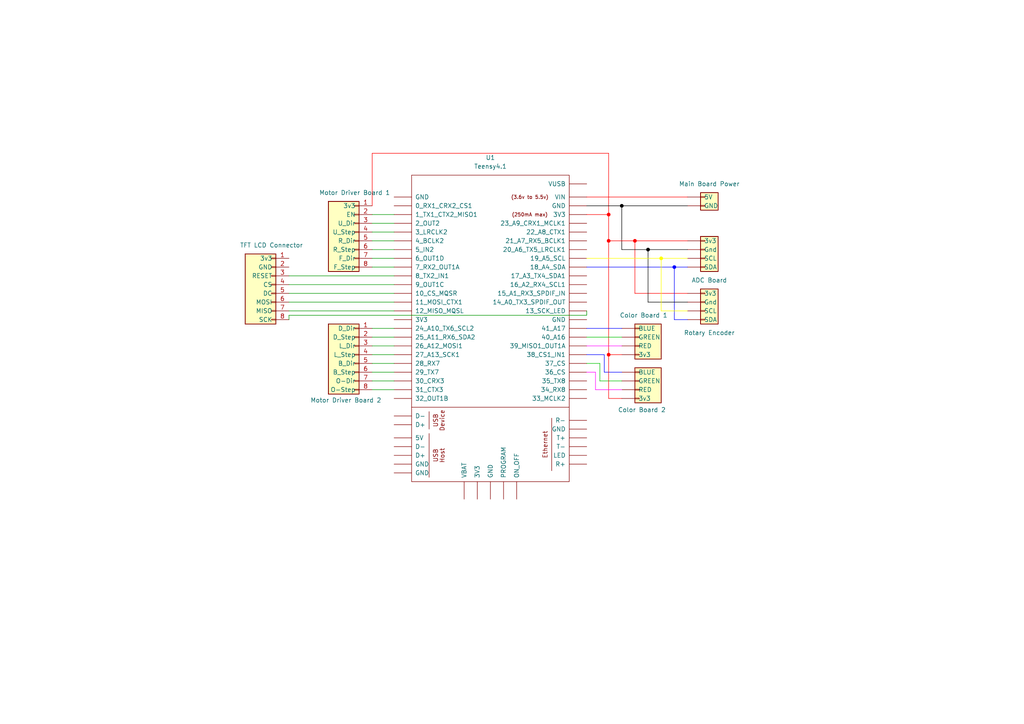
<source format=kicad_sch>
(kicad_sch (version 20231120) (generator "eeschema") (generator_version "8.0")
  (paper "A4")
  (title_block (title "Rubik's Cube ADV Board") (date "5/23/24") (rev "A") (company "Designed by Charlie Lambert") (comment 1 "Motherboard for Rubik's Cube Solving Machine"))
  (lib_symbols
    (symbol "Conn_01x02_1" (pin_numbers hide) (pin_names (offset 1.016))
      (property "Value" "Main Board Power" (at 1.27 -6.35 0))
      (symbol "Conn_01x02_1_1_1"
        (rectangle (start -1.27 -2.413) (end 0 -2.667) (stroke (width 0.1524)))
        (rectangle (start -1.27 0.127) (end 0 -0.127) (stroke (width 0.1524)))
        (rectangle (start -1.27 1.27) (end 3.81 -3.81) (stroke (width 0.254)) (fill (type background)))
        (pin passive line (at -5.08 0 0) (length 3.81) (name "GND") (number "1"))
        (pin passive line (at -5.08 -2.54 0) (length 3.81) (name "5V") (number "2"))
      )
    )
    (symbol "Conn_01x04_1" (pin_numbers hide) (pin_names (offset 1.016))
      (property "Value" "Main Board Output" (at 0 -8.89 0))
      (symbol "Conn_01x04_1_1_1"
        (rectangle (start -1.27 -4.953) (end 0 -5.207) (stroke (width 0.1524)))
        (rectangle (start -1.27 -2.413) (end 0 -2.667) (stroke (width 0.1524)))
        (rectangle (start -1.27 0.127) (end 0 -0.127) (stroke (width 0.1524)))
        (rectangle (start -1.27 2.667) (end 0 2.413) (stroke (width 0.1524)))
        (rectangle (start -1.27 3.81) (end 3.81 -6.35) (stroke (width 0.254)) (fill (type background)))
        (pin passive line (at -5.08 2.54 0) (length 3.81) (name "3v3") (number "1"))
        (pin passive line (at -5.08 0 0) (length 3.81) (name "Gnd") (number "2"))
        (pin passive line (at -5.08 -2.54 0) (length 3.81) (name "SCL") (number "3"))
        (pin passive line (at -5.08 -5.08 0) (length 3.81) (name "SDA") (number "4"))
      )
    )
    (symbol "Conn_01x04_2" (pin_numbers hide) (pin_names (offset 1.016))
      (property "Reference" "J7" (at 1.27 -11.43 0))
      (property "Value" "Color Pins" (at 1.27 -8.89 0))
      (symbol "Conn_01x04_2_1_1"
        (rectangle (start -1.27 -4.953) (end 0 -5.207) (stroke (width 0.1524)))
        (rectangle (start -1.27 -2.413) (end 0 -2.667) (stroke (width 0.1524)))
        (rectangle (start -1.27 0.127) (end 0 -0.127) (stroke (width 0.1524)))
        (rectangle (start -1.27 2.667) (end 0 2.413) (stroke (width 0.1524)))
        (rectangle (start -1.27 3.81) (end 6.35 -6.35) (stroke (width 0.254)) (fill (type background)))
        (pin passive line (at -5.08 2.54 0) (length 3.81) (name "3v3") (number "1"))
        (pin passive line (at -5.08 0 0) (length 3.81) (name "RED") (number "2"))
        (pin passive line (at -5.08 -2.54 0) (length 3.81) (name "GREEN") (number "3"))
        (pin passive line (at -5.08 -5.08 0) (length 3.81) (name "BLUE") (number "4"))
      )
    )
    (symbol "Conn_01x08_1" (pin_names (offset 1.016))
      (property "Value" "Driver Input 1" (at 0 11.43 0))
      (symbol "Conn_01x08_1_1_1"
        (rectangle (start -1.27 -10.033) (end 0 -10.287) (stroke (width 0.1524)))
        (rectangle (start -1.27 -7.493) (end 0 -7.747) (stroke (width 0.1524)))
        (rectangle (start -1.27 -4.953) (end 0 -5.207) (stroke (width 0.1524)))
        (rectangle (start -1.27 -2.413) (end 0 -2.667) (stroke (width 0.1524)))
        (rectangle (start -1.27 0.127) (end 0 -0.127) (stroke (width 0.1524)))
        (rectangle (start -1.27 2.667) (end 0 2.413) (stroke (width 0.1524)))
        (rectangle (start -1.27 5.207) (end 0 4.953) (stroke (width 0.1524)))
        (rectangle (start -1.27 7.747) (end 0 7.493) (stroke (width 0.1524)))
        (rectangle (start -1.27 8.89) (end 7.62 -11.43) (stroke (width 0.254)) (fill (type background)))
        (pin passive line (at -5.08 7.62 0) (length 3.81) (name "3v3") (number "1"))
        (pin passive line (at -5.08 5.08 0) (length 3.81) (name "EN") (number "2"))
        (pin passive line (at -5.08 2.54 0) (length 3.81) (name "U_Dir") (number "3"))
        (pin passive line (at -5.08 0 0) (length 3.81) (name "U_Step") (number "4"))
        (pin passive line (at -5.08 -2.54 0) (length 3.81) (name "R_Dir") (number "5"))
        (pin passive line (at -5.08 -5.08 0) (length 3.81) (name "R_Step") (number "6"))
        (pin passive line (at -5.08 -7.62 0) (length 3.81) (name "F_Dir") (number "7"))
        (pin passive line (at -5.08 -10.16 0) (length 3.81) (name "F_Step") (number "8"))
      )
    )
    (symbol "Conn_01x08_2" (pin_names (offset 1.016))
      (property "Value" "TFT LCD Connector" (at 0 11.43 0))
      (symbol "Conn_01x08_2_1_1"
        (rectangle (start -1.27 -10.033) (end 0 -10.287) (stroke (width 0.1524)))
        (rectangle (start -1.27 -7.493) (end 0 -7.747) (stroke (width 0.1524)))
        (rectangle (start -1.27 -4.953) (end 0 -5.207) (stroke (width 0.1524)))
        (rectangle (start -1.27 -2.413) (end 0 -2.667) (stroke (width 0.1524)))
        (rectangle (start -1.27 0.127) (end 0 -0.127) (stroke (width 0.1524)))
        (rectangle (start -1.27 2.667) (end 0 2.413) (stroke (width 0.1524)))
        (rectangle (start -1.27 5.207) (end 0 4.953) (stroke (width 0.1524)))
        (rectangle (start -1.27 7.747) (end 0 7.493) (stroke (width 0.1524)))
        (rectangle (start -1.27 8.89) (end 7.62 -11.43) (stroke (width 0.254)) (fill (type background)))
        (pin passive line (at -5.08 7.62 0) (length 3.81) (name "3v3") (number "1"))
        (pin passive line (at -5.08 5.08 0) (length 3.81) (name "GND") (number "2"))
        (pin passive line (at -5.08 2.54 0) (length 3.81) (name "RESET") (number "3"))
        (pin passive line (at -5.08 0 0) (length 3.81) (name "CS") (number "4"))
        (pin passive line (at -5.08 -2.54 0) (length 3.81) (name "DC") (number "5"))
        (pin passive line (at -5.08 -5.08 0) (length 3.81) (name "MOSI") (number "6"))
        (pin passive line (at -5.08 -7.62 0) (length 3.81) (name "MISO") (number "7"))
        (pin passive line (at -5.08 -10.16 0) (length 3.81) (name "SCK") (number "8"))
      )
    )
    (symbol "Connector_Generic:Conn_01x08" (pin_names (offset 1.016))
      (property "Value" "Driver Input 2" (at 0 11.43 0))
      (symbol "Conn_01x08_1_1"
        (rectangle (start -1.27 -10.033) (end 0 -10.287) (stroke (width 0.1524)))
        (rectangle (start -1.27 -7.493) (end 0 -7.747) (stroke (width 0.1524)))
        (rectangle (start -1.27 -4.953) (end 0 -5.207) (stroke (width 0.1524)))
        (rectangle (start -1.27 -2.413) (end 0 -2.667) (stroke (width 0.1524)))
        (rectangle (start -1.27 0.127) (end 0 -0.127) (stroke (width 0.1524)))
        (rectangle (start -1.27 2.667) (end 0 2.413) (stroke (width 0.1524)))
        (rectangle (start -1.27 5.207) (end 0 4.953) (stroke (width 0.1524)))
        (rectangle (start -1.27 7.747) (end 0 7.493) (stroke (width 0.1524)))
        (rectangle (start -1.27 8.89) (end 7.62 -11.43) (stroke (width 0.254)) (fill (type background)))
        (pin passive line (at -5.08 7.62 0) (length 3.81) (name "D_Dir") (number "1"))
        (pin passive line (at -5.08 5.08 0) (length 3.81) (name "D_Step") (number "2"))
        (pin passive line (at -5.08 2.54 0) (length 3.81) (name "L_Dir") (number "3"))
        (pin passive line (at -5.08 0 0) (length 3.81) (name "L_Step") (number "4"))
        (pin passive line (at -5.08 -2.54 0) (length 3.81) (name "B_Dir") (number "5"))
        (pin passive line (at -5.08 -5.08 0) (length 3.81) (name "B_Step") (number "6"))
        (pin passive line (at -5.08 -7.62 0) (length 3.81) (name "O-Dir") (number "7"))
        (pin passive line (at -5.08 -10.16 0) (length 3.81) (name "O-Step") (number "8"))
      )
    )
    (symbol "teensy:Teensy4.1" (pin_numbers hide) (pin_names (offset 1.016))
      (property "Reference" "U" (at 0 64.77 0))
      (property "Value" "Teensy4.1" (at 0 62.23 0))
      (symbol "Teensy4.1_0_0"
        (polyline (pts (xy -22.86 -6.35) (xy 22.86 -6.35)))
        (polyline (pts (xy -17.78 -26.67) (xy -17.78 -13.97)))
        (polyline (pts (xy -17.78 -7.62) (xy -17.78 -12.7)))
        (polyline (pts (xy 17.78 -9.525) (xy 17.78 -24.765)))
        (text "(250mA max)" (at 11.43 49.53 0) (effects (font (size 1.016 1.016))))
        (text "(3.6v to 5.5v)" (at 11.43 54.61 0) (effects (font (size 1.016 1.016))))
        (text "Device" (at -13.97 -10.16 900) (effects (font (size 1.27 1.27))))
        (text "Ethernet" (at 15.875 -17.145 900) (effects (font (size 1.27 1.27))))
        (text "Host" (at -13.97 -20.32 900) (effects (font (size 1.27 1.27))))
        (text "USB" (at -15.875 -20.32 900) (effects (font (size 1.27 1.27))))
        (text "USB" (at -15.875 -10.16 900) (effects (font (size 1.27 1.27))))
        (pin bidirectional line (at -27.94 31.75 0) (length 5.08) (name "8_TX2_IN1") (number "10"))
        (pin bidirectional line (at -27.94 29.21 0) (length 5.08) (name "9_OUT1C") (number "11"))
        (pin bidirectional line (at -27.94 26.67 0) (length 5.08) (name "10_CS_MQSR") (number "12"))
        (pin bidirectional line (at -27.94 24.13 0) (length 5.08) (name "11_MOSI_CTX1") (number "13"))
        (pin bidirectional line (at -27.94 21.59 0) (length 5.08) (name "12_MISO_MQSL") (number "14"))
        (pin power_in line (at -27.94 19.05 0) (length 5.08) (name "3V3") (number "15"))
        (pin bidirectional line (at -27.94 16.51 0) (length 5.08) (name "24_A10_TX6_SCL2") (number "16"))
        (pin bidirectional line (at -27.94 13.97 0) (length 5.08) (name "25_A11_RX6_SDA2") (number "17"))
        (pin bidirectional line (at -27.94 11.43 0) (length 5.08) (name "26_A12_MOSI1") (number "18"))
        (pin bidirectional line (at -27.94 8.89 0) (length 5.08) (name "27_A13_SCK1") (number "19"))
        (pin bidirectional line (at -27.94 6.35 0) (length 5.08) (name "28_RX7") (number "20"))
        (pin bidirectional line (at -27.94 3.81 0) (length 5.08) (name "29_TX7") (number "21"))
        (pin bidirectional line (at -27.94 1.27 0) (length 5.08) (name "30_CRX3") (number "22"))
        (pin bidirectional line (at -27.94 -1.27 0) (length 5.08) (name "31_CTX3") (number "23"))
        (pin bidirectional line (at -27.94 -3.81 0) (length 5.08) (name "32_OUT1B") (number "24"))
        (pin bidirectional line (at 27.94 -3.81 180) (length 5.08) (name "33_MCLK2") (number "25"))
        (pin bidirectional line (at 27.94 -1.27 180) (length 5.08) (name "34_RX8") (number "26"))
        (pin bidirectional line (at 27.94 1.27 180) (length 5.08) (name "35_TX8") (number "27"))
        (pin bidirectional line (at 27.94 3.81 180) (length 5.08) (name "36_CS") (number "28"))
        (pin bidirectional line (at 27.94 6.35 180) (length 5.08) (name "37_CS") (number "29"))
        (pin bidirectional line (at 27.94 8.89 180) (length 5.08) (name "38_CS1_IN1") (number "30"))
        (pin bidirectional line (at 27.94 11.43 180) (length 5.08) (name "39_MISO1_OUT1A") (number "31"))
        (pin bidirectional line (at 27.94 13.97 180) (length 5.08) (name "40_A16") (number "32"))
        (pin bidirectional line (at 27.94 16.51 180) (length 5.08) (name "41_A17") (number "33"))
        (pin bidirectional line (at 27.94 21.59 180) (length 5.08) (name "13_SCK_LED") (number "35"))
        (pin bidirectional line (at 27.94 24.13 180) (length 5.08) (name "14_A0_TX3_SPDIF_OUT") (number "36"))
        (pin bidirectional line (at 27.94 26.67 180) (length 5.08) (name "15_A1_RX3_SPDIF_IN") (number "37"))
        (pin bidirectional line (at 27.94 29.21 180) (length 5.08) (name "16_A2_RX4_SCL1") (number "38"))
        (pin bidirectional line (at 27.94 31.75 180) (length 5.08) (name "17_A3_TX4_SDA1") (number "39"))
        (pin bidirectional line (at 27.94 34.29 180) (length 5.08) (name "18_A4_SDA") (number "40"))
        (pin bidirectional line (at 27.94 36.83 180) (length 5.08) (name "19_A5_SCL") (number "41"))
        (pin bidirectional line (at 27.94 39.37 180) (length 5.08) (name "20_A6_TX5_LRCLK1") (number "42"))
        (pin bidirectional line (at 27.94 41.91 180) (length 5.08) (name "21_A7_RX5_BCLK1") (number "43"))
        (pin bidirectional line (at 27.94 44.45 180) (length 5.08) (name "22_A8_CTX1") (number "44"))
        (pin bidirectional line (at 27.94 46.99 180) (length 5.08) (name "23_A9_CRX1_MCLK1") (number "45"))
        (pin output line (at 27.94 49.53 180) (length 5.08) (name "3V3") (number "46"))
        (pin output line (at 27.94 52.07 180) (length 5.08) (name "GND") (number "47"))
        (pin power_in line (at 27.94 54.61 180) (length 5.08) (name "VIN") (number "48"))
        (pin power_out line (at 27.94 58.42 180) (length 5.08) (name "VUSB") (number "49"))
        (pin bidirectional line (at -27.94 44.45 0) (length 5.08) (name "3_LRCLK2") (number "5"))
        (pin power_in line (at -7.62 -33.02 90) (length 5.08) (name "VBAT") (number "50"))
        (pin power_in line (at -3.81 -33.02 90) (length 5.08) (name "3V3") (number "51"))
        (pin input line (at 0 -33.02 90) (length 5.08) (name "GND") (number "52"))
        (pin input line (at 3.81 -33.02 90) (length 5.08) (name "PROGRAM") (number "53"))
        (pin input line (at 7.62 -33.02 90) (length 5.08) (name "ON_OFF") (number "54"))
        (pin power_out line (at -27.94 -15.24 0) (length 5.08) (name "5V") (number "55"))
        (pin bidirectional line (at -27.94 -17.78 0) (length 5.08) (name "D-") (number "56"))
        (pin bidirectional line (at -27.94 -20.32 0) (length 5.08) (name "D+") (number "57"))
        (pin power_in line (at -27.94 -22.86 0) (length 5.08) (name "GND") (number "58"))
        (pin power_in line (at -27.94 -25.4 0) (length 5.08) (name "GND") (number "59"))
        (pin bidirectional line (at -27.94 41.91 0) (length 5.08) (name "4_BCLK2") (number "6"))
        (pin bidirectional line (at 27.94 -22.86 180) (length 5.08) (name "R+") (number "60"))
        (pin bidirectional line (at 27.94 -20.32 180) (length 5.08) (name "LED") (number "61"))
        (pin bidirectional line (at 27.94 -17.78 180) (length 5.08) (name "T-") (number "62"))
        (pin bidirectional line (at 27.94 -15.24 180) (length 5.08) (name "T+") (number "63"))
        (pin power_in line (at 27.94 -12.7 180) (length 5.08) (name "GND") (number "64"))
        (pin bidirectional line (at 27.94 -10.16 180) (length 5.08) (name "R-") (number "65"))
        (pin bidirectional line (at -27.94 -8.89 0) (length 5.08) (name "D-") (number "66"))
        (pin bidirectional line (at -27.94 -11.43 0) (length 5.08) (name "D+") (number "67"))
        (pin bidirectional line (at -27.94 39.37 0) (length 5.08) (name "5_IN2") (number "7"))
        (pin bidirectional line (at -27.94 36.83 0) (length 5.08) (name "6_OUT1D") (number "8"))
        (pin bidirectional line (at -27.94 34.29 0) (length 5.08) (name "7_RX2_OUT1A") (number "9"))
      )
      (symbol "Teensy4.1_0_1"
        (rectangle (start -22.86 60.96) (end 22.86 -27.94))
        (rectangle (start -20.32 -1.27) (end -20.32 -1.27))
      )
      (symbol "Teensy4.1_1_1"
        (pin power_in line (at -27.94 54.61 0) (length 5.08) (name "GND") (number "1"))
        (pin bidirectional line (at -27.94 52.07 0) (length 5.08) (name "0_RX1_CRX2_CS1") (number "2"))
        (pin bidirectional line (at -27.94 49.53 0) (length 5.08) (name "1_TX1_CTX2_MISO1") (number "3"))
        (pin power_in line (at 27.94 19.05 180) (length 5.08) (name "GND") (number "34"))
        (pin bidirectional line (at -27.94 46.99 0) (length 5.08) (name "2_OUT2") (number "4"))
      )
    )
  )
  (junction (at 195.58 77.47) (color 0 0 255 1))
  (junction (at 176.53 69.85) (color 255 0 0 1))
  (junction (at 191.77 74.93) (color 255 255 0 1))
  (junction (at 187.96 72.39) (color 0 0 0 1))
  (junction (at 180.34 59.69) (color 0 0 0 1))
  (junction (at 176.53 102.87) (color 255 0 0 1))
  (junction (at 184.15 69.85) (color 255 0 0 1))
  (junction (at 176.53 62.23) (color 255 0 0 1))
  (wire (pts (xy 83.82 90.17) (xy 114.3 90.17)))
  (wire (pts (xy 184.15 85.09) (xy 199.39 85.09)) (stroke (width 0) (color 255 0 0 1)))
  (wire (pts (xy 173.99 110.49) (xy 173.99 105.41)) (stroke (width 0) (color 0 194 0 1)))
  (wire (pts (xy 180.34 110.49) (xy 173.99 110.49)) (stroke (width 0) (color 0 194 0 1)))
  (wire (pts (xy 176.53 69.85) (xy 184.15 69.85)) (stroke (width 0) (color 255 0 0 1)))
  (wire (pts (xy 173.99 105.41) (xy 170.18 105.41)) (stroke (width 0) (color 0 194 0 1)))
  (wire (pts (xy 176.53 115.57) (xy 180.34 115.57)) (stroke (width 0) (color 255 0 0 1)))
  (wire (pts (xy 107.95 113.03) (xy 114.3 113.03)))
  (wire (pts (xy 195.58 77.47) (xy 195.58 92.71)) (stroke (width 0) (color 0 0 255 1)))
  (wire (pts (xy 195.58 77.47) (xy 199.39 77.47)) (stroke (width 0) (color 0 0 255 1)))
  (wire (pts (xy 83.82 82.55) (xy 114.3 82.55)))
  (wire (pts (xy 191.77 90.17) (xy 199.39 90.17)) (stroke (width 0) (color 255 255 0 1)))
  (wire (pts (xy 170.18 62.23) (xy 176.53 62.23)) (stroke (width 0) (color 255 0 0 1)))
  (wire (pts (xy 107.95 74.93) (xy 114.3 74.93)))
  (wire (pts (xy 172.72 107.95) (xy 170.18 107.95)) (stroke (width 0) (color 255 0 255 1)))
  (wire (pts (xy 170.18 74.93) (xy 191.77 74.93)) (stroke (width 0) (color 255 255 0 1)))
  (wire (pts (xy 83.82 92.71) (xy 83.82 91.44)))
  (wire (pts (xy 170.18 57.15) (xy 199.39 57.15)) (stroke (width 0) (color 255 0 0 1)))
  (wire (pts (xy 170.18 100.33) (xy 180.34 100.33)) (stroke (width 0) (color 255 0 255 1)))
  (wire (pts (xy 83.82 85.09) (xy 114.3 85.09)))
  (wire (pts (xy 107.95 62.23) (xy 114.3 62.23)))
  (wire (pts (xy 107.95 97.79) (xy 114.3 97.79)))
  (wire (pts (xy 172.72 113.03) (xy 172.72 107.95)) (stroke (width 0) (color 255 0 255 1)))
  (wire (pts (xy 175.26 102.87) (xy 170.18 102.87)) (stroke (width 0) (color 0 0 255 1)))
  (wire (pts (xy 170.18 59.69) (xy 180.34 59.69)) (stroke (width 0) (color 0 0 0 1)))
  (wire (pts (xy 184.15 69.85) (xy 184.15 85.09)) (stroke (width 0) (color 255 0 0 1)))
  (wire (pts (xy 170.18 95.25) (xy 180.34 95.25)) (stroke (width 0) (color 0 0 255 1)))
  (wire (pts (xy 176.53 62.23) (xy 176.53 44.45)) (stroke (width 0) (color 255 0 0 1)))
  (wire (pts (xy 107.95 77.47) (xy 114.3 77.47)))
  (wire (pts (xy 170.18 91.44) (xy 170.18 90.17)))
  (wire (pts (xy 175.26 107.95) (xy 175.26 102.87)) (stroke (width 0) (color 0 0 255 1)))
  (wire (pts (xy 107.95 44.45) (xy 107.95 59.69)) (stroke (width 0) (color 255 0 0 1)))
  (wire (pts (xy 176.53 44.45) (xy 107.95 44.45)) (stroke (width 0) (color 255 0 0 1)))
  (wire (pts (xy 180.34 113.03) (xy 172.72 113.03)) (stroke (width 0) (color 255 0 255 1)))
  (wire (pts (xy 176.53 62.23) (xy 176.53 69.85)) (stroke (width 0) (color 255 0 0 1)))
  (wire (pts (xy 107.95 64.77) (xy 114.3 64.77)))
  (wire (pts (xy 107.95 105.41) (xy 114.3 105.41)))
  (wire (pts (xy 107.95 102.87) (xy 114.3 102.87)))
  (wire (pts (xy 176.53 102.87) (xy 180.34 102.87)) (stroke (width 0) (color 255 0 0 1)))
  (wire (pts (xy 187.96 87.63) (xy 199.39 87.63)) (stroke (width 0) (color 0 0 0 1)))
  (wire (pts (xy 176.53 102.87) (xy 176.53 115.57)) (stroke (width 0) (color 255 0 0 1)))
  (wire (pts (xy 176.53 69.85) (xy 176.53 102.87)) (stroke (width 0) (color 255 0 0 1)))
  (wire (pts (xy 180.34 59.69) (xy 199.39 59.69)) (stroke (width 0) (color 0 0 0 1)))
  (wire (pts (xy 180.34 72.39) (xy 187.96 72.39)) (stroke (width 0) (color 0 0 0 1)))
  (wire (pts (xy 187.96 72.39) (xy 187.96 87.63)) (stroke (width 0) (color 0 0 0 1)))
  (wire (pts (xy 107.95 72.39) (xy 114.3 72.39)))
  (wire (pts (xy 170.18 97.79) (xy 180.34 97.79)) (stroke (width 0) (color 0 194 0 1)))
  (wire (pts (xy 107.95 69.85) (xy 114.3 69.85)))
  (wire (pts (xy 187.96 72.39) (xy 199.39 72.39)) (stroke (width 0) (color 0 0 0 1)))
  (wire (pts (xy 83.82 80.01) (xy 114.3 80.01)))
  (wire (pts (xy 83.82 87.63) (xy 114.3 87.63)))
  (wire (pts (xy 184.15 69.85) (xy 199.39 69.85)) (stroke (width 0) (color 255 0 0 1)))
  (wire (pts (xy 180.34 59.69) (xy 180.34 72.39)) (stroke (width 0) (color 0 0 0 1)))
  (wire (pts (xy 107.95 95.25) (xy 114.3 95.25)))
  (wire (pts (xy 107.95 110.49) (xy 114.3 110.49)))
  (wire (pts (xy 170.18 77.47) (xy 195.58 77.47)) (stroke (width 0) (color 0 0 255 1)))
  (wire (pts (xy 107.95 67.31) (xy 114.3 67.31)))
  (wire (pts (xy 195.58 92.71) (xy 199.39 92.71)) (stroke (width 0) (color 0 0 255 1)))
  (wire (pts (xy 107.95 100.33) (xy 114.3 100.33)))
  (wire (pts (xy 191.77 74.93) (xy 199.39 74.93)) (stroke (width 0) (color 255 255 0 1)))
  (wire (pts (xy 107.95 107.95) (xy 114.3 107.95)))
  (wire (pts (xy 180.34 107.95) (xy 175.26 107.95)) (stroke (width 0) (color 0 0 255 1)))
  (wire (pts (xy 83.82 91.44) (xy 170.18 91.44)))
  (wire (pts (xy 191.77 74.93) (xy 191.77 90.17)) (stroke (width 0) (color 255 255 0 1)))
  (symbol (lib_name "Conn_01x08_1") (lib_id "Connector_Generic:Conn_01x08") (at 102.87 67.31 0) (mirror y) (unit 1)
    (property "Reference" "J2" (effects (hide yes)))
    (property "Value" "Motor Driver Board 1" (at 102.87 55.88 0))
    (property "Footprint" "Connector_JST:JST_XH_B4B-XH-A_1x04_P2.50mm_Vertical" (effects (hide yes)))
    (property "Description" "Generic connector, single row, 01x08, script generated (kicad-library-utils/schlib/autogen/connector/)" (effects (hide yes)))
  )
  (symbol (lib_name "Conn_01x04_1") (lib_id "Connector_Generic:Conn_01x04") (at 204.47 72.39 0) (unit 1)
    (property "Reference" "J1" (effects (hide yes)))
    (property "Value" "ADC Board" (at 205.74 81.28 0))
    (property "Footprint" "Connector_JST:JST_XH_B4B-XH-A_1x04_P2.50mm_Vertical" (effects (hide yes)))
    (property "Description" "Generic connector, single row, 01x04, script generated (kicad-library-utils/schlib/autogen/connector/)" (effects (hide yes)))
  )
  (symbol (lib_name "Conn_01x04_1") (lib_id "Connector_Generic:Conn_01x04") (at 204.47 87.63 0) (unit 1)
    (property "Reference" "J6" (effects (hide yes)))
    (property "Value" "Rotary Encoder" (at 205.74 96.52 0))
    (property "Footprint" "Connector_JST:JST_XH_B4B-XH-A_1x04_P2.50mm_Vertical" (effects (hide yes)))
    (property "Description" "Generic connector, single row, 01x04, script generated (kicad-library-utils/schlib/autogen/connector/)" (effects (hide yes)))
  )
  (symbol (lib_id "Connector_Generic:Conn_01x08") (at 102.87 102.87 0) (mirror y) (unit 1)
    (property "Reference" "J3" (effects (hide yes)))
    (property "Value" "Motor Driver Board 2" (at 100.33 116.078 0))
    (property "Footprint" "Connector_JST:JST_XH_B4B-XH-A_1x04_P2.50mm_Vertical" (effects (hide yes)))
    (property "Description" "Generic connector, single row, 01x08, script generated (kicad-library-utils/schlib/autogen/connector/)" (effects (hide yes)))
  )
  (symbol (lib_name "Conn_01x08_2") (lib_id "Connector_Generic:Conn_01x08") (at 78.74 82.55 0) (mirror y) (unit 1)
    (property "Reference" "J5" (effects (hide yes)))
    (property "Value" "TFT LCD Connector" (at 78.74 71.12 0))
    (property "Footprint" "Connector_JST:JST_XH_B4B-XH-A_1x04_P2.50mm_Vertical" (effects (hide yes)))
    (property "Description" "Generic connector, single row, 01x08, script generated (kicad-library-utils/schlib/autogen/connector/)" (effects (hide yes)))
  )
  (symbol (lib_id "teensy:Teensy4.1") (at 142.24 111.76 0) (unit 1)
    (property "Reference" "U1" (at 142.24 45.72 0))
    (property "Value" "Teensy4.1" (at 142.24 48.26 0))
  )
  (symbol (lib_name "Conn_01x02_1") (lib_id "Connector_Generic:Conn_01x02") (at 204.47 59.69 0) (mirror x) (unit 1)
    (property "Reference" "J4" (effects (hide yes)))
    (property "Value" "Main Board Power" (at 205.74 53.34 0))
    (property "Footprint" "Connector_JST:JST_XH_B4B-XH-A_1x04_P2.50mm_Vertical" (effects (hide yes)))
    (property "Description" "Generic connector, single row, 01x02, script generated (kicad-library-utils/schlib/autogen/connector/)" (effects (hide yes)))
  )
  (symbol (lib_name "Conn_01x04_2") (lib_id "Connector_Generic:Conn_01x04") (at 185.42 113.03 0) (mirror x) (unit 1)
    (property "Reference" "J8" (effects (hide yes)))
    (property "Value" "Color Board 2" (at 186.182 118.872 0))
    (property "Footprint" "Connector_JST:JST_XH_B4B-XH-A_1x04_P2.50mm_Vertical" (effects (hide yes)))
    (property "Description" "Generic connector, single row, 01x04, script generated (kicad-library-utils/schlib/autogen/connector/)" (effects (hide yes)))
  )
  (symbol (lib_name "Conn_01x04_2") (lib_id "Connector_Generic:Conn_01x04") (at 185.42 100.33 0) (mirror x) (unit 1)
    (property "Reference" "J7" (effects (hide yes)))
    (property "Value" "Color Board 1" (at 186.69 91.44 0))
    (property "Footprint" "Connector_JST:JST_XH_B4B-XH-A_1x04_P2.50mm_Vertical" (effects (hide yes)))
    (property "Description" "Generic connector, single row, 01x04, script generated (kicad-library-utils/schlib/autogen/connector/)" (effects (hide yes)))
  )
)
</source>
